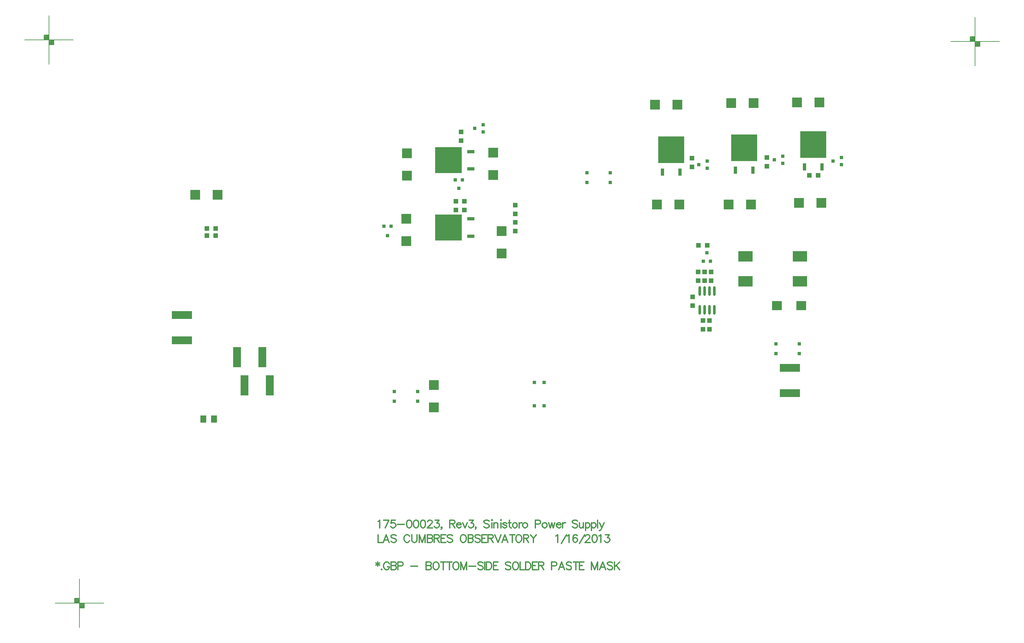
<source format=gbp>
%FSLAX23Y23*%
%MOIN*%
G70*
G01*
G75*
G04 Layer_Color=128*
%ADD10O,0.024X0.079*%
%ADD11R,0.209X0.079*%
%ADD12O,0.014X0.067*%
%ADD13R,0.059X0.039*%
%ADD14R,0.036X0.036*%
%ADD15R,0.050X0.050*%
%ADD16C,0.050*%
%ADD17C,0.007*%
%ADD18C,0.010*%
%ADD19C,0.025*%
%ADD20C,0.100*%
%ADD21C,0.020*%
%ADD22C,0.012*%
%ADD23C,0.008*%
%ADD24C,0.012*%
%ADD25C,0.012*%
%ADD26C,0.100*%
%ADD27R,0.100X0.100*%
%ADD28R,0.100X0.100*%
%ADD29C,0.020*%
%ADD30R,0.063X0.063*%
%ADD31C,0.063*%
%ADD32C,0.070*%
%ADD33C,0.079*%
%ADD34R,0.110X0.110*%
%ADD35C,0.110*%
%ADD36C,0.080*%
%ADD37C,0.065*%
%ADD38C,0.059*%
%ADD39R,0.059X0.059*%
%ADD40R,0.059X0.059*%
%ADD41C,0.120*%
%ADD42R,0.120X0.120*%
%ADD43R,0.079X0.079*%
%ADD44R,0.079X0.079*%
%ADD45C,0.157*%
%ADD46C,0.197*%
%ADD47C,0.024*%
%ADD48C,0.050*%
%ADD49C,0.040*%
%ADD50C,0.005*%
G04:AMPARAMS|DCode=51|XSize=120mil|YSize=120mil|CornerRadius=0mil|HoleSize=0mil|Usage=FLASHONLY|Rotation=0.000|XOffset=0mil|YOffset=0mil|HoleType=Round|Shape=Relief|Width=10mil|Gap=10mil|Entries=4|*
%AMTHD51*
7,0,0,0.120,0.100,0.010,45*
%
%ADD51THD51*%
%ADD52C,0.059*%
%ADD53C,0.060*%
%ADD54C,0.067*%
%ADD55C,0.091*%
%ADD56C,0.072*%
%ADD57C,0.170*%
G04:AMPARAMS|DCode=58|XSize=112mil|YSize=112mil|CornerRadius=0mil|HoleSize=0mil|Usage=FLASHONLY|Rotation=0.000|XOffset=0mil|YOffset=0mil|HoleType=Round|Shape=Relief|Width=10mil|Gap=10mil|Entries=4|*
%AMTHD58*
7,0,0,0.112,0.092,0.010,45*
%
%ADD58THD58*%
%ADD59C,0.059*%
%ADD60C,0.055*%
%ADD61C,0.090*%
G04:AMPARAMS|DCode=62|XSize=95.433mil|YSize=95.433mil|CornerRadius=0mil|HoleSize=0mil|Usage=FLASHONLY|Rotation=0.000|XOffset=0mil|YOffset=0mil|HoleType=Round|Shape=Relief|Width=10mil|Gap=10mil|Entries=4|*
%AMTHD62*
7,0,0,0.095,0.075,0.010,45*
%
%ADD62THD62*%
G04:AMPARAMS|DCode=63|XSize=107.244mil|YSize=107.244mil|CornerRadius=0mil|HoleSize=0mil|Usage=FLASHONLY|Rotation=0.000|XOffset=0mil|YOffset=0mil|HoleType=Round|Shape=Relief|Width=10mil|Gap=10mil|Entries=4|*
%AMTHD63*
7,0,0,0.107,0.087,0.010,45*
%
%ADD63THD63*%
%ADD64C,0.030*%
G04:AMPARAMS|DCode=65|XSize=100mil|YSize=100mil|CornerRadius=0mil|HoleSize=0mil|Usage=FLASHONLY|Rotation=0.000|XOffset=0mil|YOffset=0mil|HoleType=Round|Shape=Relief|Width=10mil|Gap=10mil|Entries=4|*
%AMTHD65*
7,0,0,0.100,0.080,0.010,45*
%
%ADD65THD65*%
%ADD66C,0.186*%
%ADD67C,0.125*%
%ADD68C,0.048*%
G04:AMPARAMS|DCode=69|XSize=88mil|YSize=88mil|CornerRadius=0mil|HoleSize=0mil|Usage=FLASHONLY|Rotation=0.000|XOffset=0mil|YOffset=0mil|HoleType=Round|Shape=Relief|Width=10mil|Gap=10mil|Entries=4|*
%AMTHD69*
7,0,0,0.088,0.068,0.010,45*
%
%ADD69THD69*%
G04:AMPARAMS|DCode=70|XSize=70mil|YSize=70mil|CornerRadius=0mil|HoleSize=0mil|Usage=FLASHONLY|Rotation=0.000|XOffset=0mil|YOffset=0mil|HoleType=Round|Shape=Relief|Width=10mil|Gap=10mil|Entries=4|*
%AMTHD70*
7,0,0,0.070,0.050,0.010,45*
%
%ADD70THD70*%
%ADD71C,0.008*%
G04:AMPARAMS|DCode=72|XSize=99.37mil|YSize=99.37mil|CornerRadius=0mil|HoleSize=0mil|Usage=FLASHONLY|Rotation=0.000|XOffset=0mil|YOffset=0mil|HoleType=Round|Shape=Relief|Width=10mil|Gap=10mil|Entries=4|*
%AMTHD72*
7,0,0,0.099,0.079,0.010,45*
%
%ADD72THD72*%
%ADD73R,0.075X0.037*%
%ADD74R,0.272X0.268*%
%ADD75R,0.035X0.037*%
%ADD76R,0.035X0.037*%
%ADD77R,0.102X0.094*%
%ADD78R,0.063X0.075*%
%ADD79R,0.050X0.050*%
%ADD80O,0.028X0.098*%
%ADD81R,0.036X0.032*%
%ADD82R,0.150X0.106*%
%ADD83R,0.036X0.036*%
%ADD84R,0.037X0.075*%
%ADD85R,0.268X0.272*%
%ADD86R,0.079X0.209*%
%ADD87R,0.032X0.036*%
%ADD88C,0.010*%
%ADD89C,0.020*%
%ADD90C,0.024*%
%ADD91C,0.010*%
%ADD92C,0.030*%
%ADD93C,0.015*%
%ADD94C,0.007*%
%ADD95C,0.006*%
%ADD96C,0.012*%
%ADD97C,0.006*%
%ADD98R,0.257X0.184*%
%ADD99R,0.043X0.008*%
%ADD100O,0.028X0.083*%
%ADD101R,0.213X0.083*%
%ADD102O,0.018X0.071*%
%ADD103R,0.063X0.043*%
%ADD104R,0.040X0.040*%
%ADD105R,0.054X0.054*%
%ADD106C,0.104*%
%ADD107R,0.104X0.104*%
%ADD108R,0.104X0.104*%
%ADD109R,0.067X0.067*%
%ADD110C,0.067*%
%ADD111C,0.074*%
%ADD112C,0.083*%
%ADD113R,0.114X0.114*%
%ADD114C,0.114*%
%ADD115C,0.084*%
%ADD116C,0.069*%
%ADD117C,0.063*%
%ADD118R,0.063X0.063*%
%ADD119R,0.063X0.063*%
%ADD120C,0.124*%
%ADD121R,0.124X0.124*%
%ADD122R,0.083X0.083*%
%ADD123R,0.083X0.083*%
%ADD124C,0.161*%
%ADD125C,0.190*%
%ADD126C,0.028*%
%ADD127C,0.054*%
%ADD128R,1.912X0.311*%
%ADD129R,0.332X0.120*%
%ADD130R,0.079X0.041*%
%ADD131R,0.276X0.272*%
%ADD132R,0.039X0.041*%
%ADD133R,0.039X0.041*%
%ADD134R,0.106X0.098*%
%ADD135R,0.067X0.079*%
%ADD136R,0.054X0.054*%
%ADD137O,0.032X0.102*%
%ADD138R,0.040X0.036*%
%ADD139R,0.154X0.110*%
%ADD140R,0.040X0.040*%
%ADD141R,0.041X0.079*%
%ADD142R,0.272X0.276*%
%ADD143R,0.083X0.213*%
%ADD144R,0.036X0.040*%
D11*
X24191Y16237D02*
D03*
Y16497D02*
D03*
X17943Y16778D02*
D03*
Y17038D02*
D03*
D14*
X23342Y18622D02*
D03*
X23256Y18585D02*
D03*
X23342Y18548D02*
D03*
X24118Y18598D02*
D03*
X24032Y18635D02*
D03*
X24118Y18672D02*
D03*
X24723Y18585D02*
D03*
X24637Y18622D02*
D03*
X24723Y18659D02*
D03*
X21038Y18997D02*
D03*
X20952Y18960D02*
D03*
X21038Y18923D02*
D03*
D15*
X23367Y16981D02*
D03*
Y16891D02*
D03*
X23300D02*
D03*
Y16981D02*
D03*
X23316Y17482D02*
D03*
Y17392D02*
D03*
X23191Y17135D02*
D03*
Y17225D02*
D03*
X23185Y18651D02*
D03*
Y18561D02*
D03*
X23956Y18658D02*
D03*
Y18568D02*
D03*
X20813Y18923D02*
D03*
Y18833D02*
D03*
X23383Y17391D02*
D03*
Y17481D02*
D03*
X23250Y17482D02*
D03*
Y17392D02*
D03*
X20759Y18209D02*
D03*
Y18119D02*
D03*
X21369Y17902D02*
D03*
Y17992D02*
D03*
X20847Y18118D02*
D03*
Y18208D02*
D03*
X21370Y18080D02*
D03*
Y18170D02*
D03*
D23*
X16640Y14077D02*
X17140D01*
X16890Y13827D02*
Y14327D01*
X16840Y14077D02*
Y14127D01*
X16890D01*
X16940Y14027D02*
Y14077D01*
X16890Y14027D02*
X16940D01*
X16895Y14072D02*
X16935D01*
Y14032D02*
Y14072D01*
X16895Y14032D02*
X16935D01*
X16895D02*
Y14072D01*
X16900Y14067D02*
X16930D01*
Y14037D02*
Y14067D01*
X16900Y14037D02*
X16930D01*
X16900D02*
Y14062D01*
X16905D02*
X16925D01*
Y14042D02*
Y14062D01*
X16905Y14042D02*
X16925D01*
X16905D02*
Y14057D01*
X16910D02*
X16920D01*
Y14047D02*
Y14057D01*
X16910Y14047D02*
X16920D01*
X16910D02*
Y14057D01*
Y14052D02*
X16920D01*
X16845Y14122D02*
X16885D01*
Y14082D02*
Y14122D01*
X16845Y14082D02*
X16885D01*
X16845D02*
Y14122D01*
X16850Y14117D02*
X16880D01*
Y14087D02*
Y14117D01*
X16850Y14087D02*
X16880D01*
X16850D02*
Y14112D01*
X16855D02*
X16875D01*
Y14092D02*
Y14112D01*
X16855Y14092D02*
X16875D01*
X16855D02*
Y14107D01*
X16860D02*
X16870D01*
Y14097D02*
Y14107D01*
X16860Y14097D02*
X16870D01*
X16860D02*
Y14107D01*
Y14102D02*
X16870D01*
X16327Y19868D02*
X16827D01*
X16577Y19618D02*
Y20118D01*
X16527Y19868D02*
Y19918D01*
X16577D01*
X16627Y19818D02*
Y19868D01*
X16577Y19818D02*
X16627D01*
X16582Y19863D02*
X16622D01*
Y19823D02*
Y19863D01*
X16582Y19823D02*
X16622D01*
X16582D02*
Y19863D01*
X16587Y19858D02*
X16617D01*
Y19828D02*
Y19858D01*
X16587Y19828D02*
X16617D01*
X16587D02*
Y19853D01*
X16592D02*
X16612D01*
Y19833D02*
Y19853D01*
X16592Y19833D02*
X16612D01*
X16592D02*
Y19848D01*
X16597D02*
X16607D01*
Y19838D02*
Y19848D01*
X16597Y19838D02*
X16607D01*
X16597D02*
Y19848D01*
Y19843D02*
X16607D01*
X16532Y19913D02*
X16572D01*
Y19873D02*
Y19913D01*
X16532Y19873D02*
X16572D01*
X16532D02*
Y19913D01*
X16537Y19908D02*
X16567D01*
Y19878D02*
Y19908D01*
X16537Y19878D02*
X16567D01*
X16537D02*
Y19903D01*
X16542D02*
X16562D01*
Y19883D02*
Y19903D01*
X16542Y19883D02*
X16562D01*
X16542D02*
Y19898D01*
X16547D02*
X16557D01*
Y19888D02*
Y19898D01*
X16547Y19888D02*
X16557D01*
X16547D02*
Y19898D01*
Y19893D02*
X16557D01*
X25846Y19852D02*
X26346D01*
X26096Y19602D02*
Y20102D01*
X26046Y19852D02*
Y19902D01*
X26096D01*
X26146Y19802D02*
Y19852D01*
X26096Y19802D02*
X26146D01*
X26101Y19847D02*
X26141D01*
Y19807D02*
Y19847D01*
X26101Y19807D02*
X26141D01*
X26101D02*
Y19847D01*
X26106Y19842D02*
X26136D01*
Y19812D02*
Y19842D01*
X26106Y19812D02*
X26136D01*
X26106D02*
Y19837D01*
X26111D02*
X26131D01*
Y19817D02*
Y19837D01*
X26111Y19817D02*
X26131D01*
X26111D02*
Y19832D01*
X26116D02*
X26126D01*
Y19822D02*
Y19832D01*
X26116Y19822D02*
X26126D01*
X26116D02*
Y19832D01*
Y19827D02*
X26126D01*
X26051Y19897D02*
X26091D01*
Y19857D02*
Y19897D01*
X26051Y19857D02*
X26091D01*
X26051D02*
Y19897D01*
X26056Y19892D02*
X26086D01*
Y19862D02*
Y19892D01*
X26056Y19862D02*
X26086D01*
X26056D02*
Y19887D01*
X26061D02*
X26081D01*
Y19867D02*
Y19887D01*
X26061Y19867D02*
X26081D01*
X26061D02*
Y19882D01*
X26066D02*
X26076D01*
Y19872D02*
Y19882D01*
X26066Y19872D02*
X26076D01*
X26066D02*
Y19882D01*
Y19877D02*
X26076D01*
D24*
X19956Y14499D02*
Y14454D01*
X19937Y14488D02*
X19975Y14465D01*
Y14488D02*
X19937Y14465D01*
X19995Y14427D02*
X19991Y14423D01*
X19995Y14419D01*
X19999Y14423D01*
X19995Y14427D01*
X20074Y14480D02*
X20070Y14488D01*
X20062Y14496D01*
X20055Y14499D01*
X20039D01*
X20032Y14496D01*
X20024Y14488D01*
X20020Y14480D01*
X20017Y14469D01*
Y14450D01*
X20020Y14439D01*
X20024Y14431D01*
X20032Y14423D01*
X20039Y14419D01*
X20055D01*
X20062Y14423D01*
X20070Y14431D01*
X20074Y14439D01*
Y14450D01*
X20055D02*
X20074D01*
X20092Y14499D02*
Y14419D01*
Y14499D02*
X20126D01*
X20138Y14496D01*
X20142Y14492D01*
X20145Y14484D01*
Y14477D01*
X20142Y14469D01*
X20138Y14465D01*
X20126Y14461D01*
X20092D02*
X20126D01*
X20138Y14458D01*
X20142Y14454D01*
X20145Y14446D01*
Y14435D01*
X20142Y14427D01*
X20138Y14423D01*
X20126Y14419D01*
X20092D01*
X20163Y14458D02*
X20198D01*
X20209Y14461D01*
X20213Y14465D01*
X20217Y14473D01*
Y14484D01*
X20213Y14492D01*
X20209Y14496D01*
X20198Y14499D01*
X20163D01*
Y14419D01*
X20297Y14454D02*
X20366D01*
X20452Y14499D02*
Y14419D01*
Y14499D02*
X20487D01*
X20498Y14496D01*
X20502Y14492D01*
X20506Y14484D01*
Y14477D01*
X20502Y14469D01*
X20498Y14465D01*
X20487Y14461D01*
X20452D02*
X20487D01*
X20498Y14458D01*
X20502Y14454D01*
X20506Y14446D01*
Y14435D01*
X20502Y14427D01*
X20498Y14423D01*
X20487Y14419D01*
X20452D01*
X20546Y14499D02*
X20539Y14496D01*
X20531Y14488D01*
X20527Y14480D01*
X20524Y14469D01*
Y14450D01*
X20527Y14439D01*
X20531Y14431D01*
X20539Y14423D01*
X20546Y14419D01*
X20562D01*
X20569Y14423D01*
X20577Y14431D01*
X20581Y14439D01*
X20584Y14450D01*
Y14469D01*
X20581Y14480D01*
X20577Y14488D01*
X20569Y14496D01*
X20562Y14499D01*
X20546D01*
X20630D02*
Y14419D01*
X20603Y14499D02*
X20656D01*
X20693D02*
Y14419D01*
X20666Y14499D02*
X20719D01*
X20752D02*
X20744Y14496D01*
X20736Y14488D01*
X20733Y14480D01*
X20729Y14469D01*
Y14450D01*
X20733Y14439D01*
X20736Y14431D01*
X20744Y14423D01*
X20752Y14419D01*
X20767D01*
X20775Y14423D01*
X20782Y14431D01*
X20786Y14439D01*
X20790Y14450D01*
Y14469D01*
X20786Y14480D01*
X20782Y14488D01*
X20775Y14496D01*
X20767Y14499D01*
X20752D01*
X20808D02*
Y14419D01*
Y14499D02*
X20839Y14419D01*
X20869Y14499D02*
X20839Y14419D01*
X20869Y14499D02*
Y14419D01*
X20892Y14454D02*
X20961D01*
X21038Y14488D02*
X21030Y14496D01*
X21019Y14499D01*
X21003D01*
X20992Y14496D01*
X20984Y14488D01*
Y14480D01*
X20988Y14473D01*
X20992Y14469D01*
X21000Y14465D01*
X21022Y14458D01*
X21030Y14454D01*
X21034Y14450D01*
X21038Y14442D01*
Y14431D01*
X21030Y14423D01*
X21019Y14419D01*
X21003D01*
X20992Y14423D01*
X20984Y14431D01*
X21056Y14499D02*
Y14419D01*
X21072Y14499D02*
Y14419D01*
Y14499D02*
X21099D01*
X21110Y14496D01*
X21118Y14488D01*
X21122Y14480D01*
X21126Y14469D01*
Y14450D01*
X21122Y14439D01*
X21118Y14431D01*
X21110Y14423D01*
X21099Y14419D01*
X21072D01*
X21193Y14499D02*
X21144D01*
Y14419D01*
X21193D01*
X21144Y14461D02*
X21174D01*
X21323Y14488D02*
X21315Y14496D01*
X21304Y14499D01*
X21288D01*
X21277Y14496D01*
X21269Y14488D01*
Y14480D01*
X21273Y14473D01*
X21277Y14469D01*
X21285Y14465D01*
X21307Y14458D01*
X21315Y14454D01*
X21319Y14450D01*
X21323Y14442D01*
Y14431D01*
X21315Y14423D01*
X21304Y14419D01*
X21288D01*
X21277Y14423D01*
X21269Y14431D01*
X21363Y14499D02*
X21356Y14496D01*
X21348Y14488D01*
X21344Y14480D01*
X21341Y14469D01*
Y14450D01*
X21344Y14439D01*
X21348Y14431D01*
X21356Y14423D01*
X21363Y14419D01*
X21379D01*
X21386Y14423D01*
X21394Y14431D01*
X21398Y14439D01*
X21401Y14450D01*
Y14469D01*
X21398Y14480D01*
X21394Y14488D01*
X21386Y14496D01*
X21379Y14499D01*
X21363D01*
X21420D02*
Y14419D01*
X21466D01*
X21475Y14499D02*
Y14419D01*
Y14499D02*
X21501D01*
X21513Y14496D01*
X21520Y14488D01*
X21524Y14480D01*
X21528Y14469D01*
Y14450D01*
X21524Y14439D01*
X21520Y14431D01*
X21513Y14423D01*
X21501Y14419D01*
X21475D01*
X21595Y14499D02*
X21546D01*
Y14419D01*
X21595D01*
X21546Y14461D02*
X21576D01*
X21609Y14499D02*
Y14419D01*
Y14499D02*
X21643D01*
X21654Y14496D01*
X21658Y14492D01*
X21662Y14484D01*
Y14477D01*
X21658Y14469D01*
X21654Y14465D01*
X21643Y14461D01*
X21609D01*
X21635D02*
X21662Y14419D01*
X21743Y14458D02*
X21777D01*
X21788Y14461D01*
X21792Y14465D01*
X21796Y14473D01*
Y14484D01*
X21792Y14492D01*
X21788Y14496D01*
X21777Y14499D01*
X21743D01*
Y14419D01*
X21875D02*
X21844Y14499D01*
X21814Y14419D01*
X21825Y14446D02*
X21863D01*
X21947Y14488D02*
X21939Y14496D01*
X21928Y14499D01*
X21913D01*
X21901Y14496D01*
X21894Y14488D01*
Y14480D01*
X21897Y14473D01*
X21901Y14469D01*
X21909Y14465D01*
X21932Y14458D01*
X21939Y14454D01*
X21943Y14450D01*
X21947Y14442D01*
Y14431D01*
X21939Y14423D01*
X21928Y14419D01*
X21913D01*
X21901Y14423D01*
X21894Y14431D01*
X21991Y14499D02*
Y14419D01*
X21965Y14499D02*
X22018D01*
X22077D02*
X22028D01*
Y14419D01*
X22077D01*
X22028Y14461D02*
X22058D01*
X22153Y14499D02*
Y14419D01*
Y14499D02*
X22184Y14419D01*
X22214Y14499D02*
X22184Y14419D01*
X22214Y14499D02*
Y14419D01*
X22298D02*
X22268Y14499D01*
X22237Y14419D01*
X22249Y14446D02*
X22287D01*
X22370Y14488D02*
X22362Y14496D01*
X22351Y14499D01*
X22336D01*
X22324Y14496D01*
X22317Y14488D01*
Y14480D01*
X22321Y14473D01*
X22324Y14469D01*
X22332Y14465D01*
X22355Y14458D01*
X22362Y14454D01*
X22366Y14450D01*
X22370Y14442D01*
Y14431D01*
X22362Y14423D01*
X22351Y14419D01*
X22336D01*
X22324Y14423D01*
X22317Y14431D01*
X22388Y14499D02*
Y14419D01*
X22441Y14499D02*
X22388Y14446D01*
X22407Y14465D02*
X22441Y14419D01*
X19958Y14915D02*
X19966Y14919D01*
X19977Y14930D01*
Y14850D01*
X20070Y14930D02*
X20032Y14850D01*
X20017Y14930D02*
X20070D01*
X20134D02*
X20096D01*
X20092Y14896D01*
X20096Y14900D01*
X20107Y14903D01*
X20118D01*
X20130Y14900D01*
X20137Y14892D01*
X20141Y14881D01*
Y14873D01*
X20137Y14861D01*
X20130Y14854D01*
X20118Y14850D01*
X20107D01*
X20096Y14854D01*
X20092Y14858D01*
X20088Y14865D01*
X20159Y14884D02*
X20228D01*
X20274Y14930D02*
X20263Y14926D01*
X20255Y14915D01*
X20251Y14896D01*
Y14884D01*
X20255Y14865D01*
X20263Y14854D01*
X20274Y14850D01*
X20282D01*
X20293Y14854D01*
X20301Y14865D01*
X20305Y14884D01*
Y14896D01*
X20301Y14915D01*
X20293Y14926D01*
X20282Y14930D01*
X20274D01*
X20345D02*
X20334Y14926D01*
X20326Y14915D01*
X20323Y14896D01*
Y14884D01*
X20326Y14865D01*
X20334Y14854D01*
X20345Y14850D01*
X20353D01*
X20364Y14854D01*
X20372Y14865D01*
X20376Y14884D01*
Y14896D01*
X20372Y14915D01*
X20364Y14926D01*
X20353Y14930D01*
X20345D01*
X20417D02*
X20405Y14926D01*
X20398Y14915D01*
X20394Y14896D01*
Y14884D01*
X20398Y14865D01*
X20405Y14854D01*
X20417Y14850D01*
X20424D01*
X20436Y14854D01*
X20443Y14865D01*
X20447Y14884D01*
Y14896D01*
X20443Y14915D01*
X20436Y14926D01*
X20424Y14930D01*
X20417D01*
X20469Y14911D02*
Y14915D01*
X20473Y14922D01*
X20476Y14926D01*
X20484Y14930D01*
X20499D01*
X20507Y14926D01*
X20511Y14922D01*
X20515Y14915D01*
Y14907D01*
X20511Y14900D01*
X20503Y14888D01*
X20465Y14850D01*
X20518D01*
X20544Y14930D02*
X20586D01*
X20563Y14900D01*
X20574D01*
X20582Y14896D01*
X20586Y14892D01*
X20590Y14881D01*
Y14873D01*
X20586Y14861D01*
X20578Y14854D01*
X20567Y14850D01*
X20555D01*
X20544Y14854D01*
X20540Y14858D01*
X20536Y14865D01*
X20615Y14854D02*
X20611Y14850D01*
X20607Y14854D01*
X20611Y14858D01*
X20615Y14854D01*
Y14846D01*
X20611Y14839D01*
X20607Y14835D01*
X20695Y14930D02*
Y14850D01*
Y14930D02*
X20730D01*
X20741Y14926D01*
X20745Y14922D01*
X20749Y14915D01*
Y14907D01*
X20745Y14900D01*
X20741Y14896D01*
X20730Y14892D01*
X20695D01*
X20722D02*
X20749Y14850D01*
X20767Y14881D02*
X20812D01*
Y14888D01*
X20809Y14896D01*
X20805Y14900D01*
X20797Y14903D01*
X20786D01*
X20778Y14900D01*
X20770Y14892D01*
X20767Y14881D01*
Y14873D01*
X20770Y14861D01*
X20778Y14854D01*
X20786Y14850D01*
X20797D01*
X20805Y14854D01*
X20812Y14861D01*
X20829Y14903D02*
X20852Y14850D01*
X20875Y14903D02*
X20852Y14850D01*
X20896Y14930D02*
X20938D01*
X20915Y14900D01*
X20926D01*
X20934Y14896D01*
X20938Y14892D01*
X20941Y14881D01*
Y14873D01*
X20938Y14861D01*
X20930Y14854D01*
X20919Y14850D01*
X20907D01*
X20896Y14854D01*
X20892Y14858D01*
X20888Y14865D01*
X20967Y14854D02*
X20963Y14850D01*
X20959Y14854D01*
X20963Y14858D01*
X20967Y14854D01*
Y14846D01*
X20963Y14839D01*
X20959Y14835D01*
X21101Y14919D02*
X21093Y14926D01*
X21082Y14930D01*
X21066D01*
X21055Y14926D01*
X21047Y14919D01*
Y14911D01*
X21051Y14903D01*
X21055Y14900D01*
X21063Y14896D01*
X21085Y14888D01*
X21093Y14884D01*
X21097Y14881D01*
X21101Y14873D01*
Y14861D01*
X21093Y14854D01*
X21082Y14850D01*
X21066D01*
X21055Y14854D01*
X21047Y14861D01*
X21126Y14930D02*
X21130Y14926D01*
X21134Y14930D01*
X21130Y14934D01*
X21126Y14930D01*
X21130Y14903D02*
Y14850D01*
X21148Y14903D02*
Y14850D01*
Y14888D02*
X21159Y14900D01*
X21167Y14903D01*
X21178D01*
X21186Y14900D01*
X21190Y14888D01*
Y14850D01*
X21218Y14930D02*
X21222Y14926D01*
X21226Y14930D01*
X21222Y14934D01*
X21218Y14930D01*
X21222Y14903D02*
Y14850D01*
X21282Y14892D02*
X21278Y14900D01*
X21267Y14903D01*
X21255D01*
X21244Y14900D01*
X21240Y14892D01*
X21244Y14884D01*
X21251Y14881D01*
X21271Y14877D01*
X21278Y14873D01*
X21282Y14865D01*
Y14861D01*
X21278Y14854D01*
X21267Y14850D01*
X21255D01*
X21244Y14854D01*
X21240Y14861D01*
X21310Y14930D02*
Y14865D01*
X21314Y14854D01*
X21322Y14850D01*
X21329D01*
X21299Y14903D02*
X21325D01*
X21360D02*
X21352Y14900D01*
X21344Y14892D01*
X21341Y14881D01*
Y14873D01*
X21344Y14861D01*
X21352Y14854D01*
X21360Y14850D01*
X21371D01*
X21379Y14854D01*
X21386Y14861D01*
X21390Y14873D01*
Y14881D01*
X21386Y14892D01*
X21379Y14900D01*
X21371Y14903D01*
X21360D01*
X21408D02*
Y14850D01*
Y14881D02*
X21411Y14892D01*
X21419Y14900D01*
X21427Y14903D01*
X21438D01*
X21464D02*
X21457Y14900D01*
X21449Y14892D01*
X21445Y14881D01*
Y14873D01*
X21449Y14861D01*
X21457Y14854D01*
X21464Y14850D01*
X21476D01*
X21483Y14854D01*
X21491Y14861D01*
X21495Y14873D01*
Y14881D01*
X21491Y14892D01*
X21483Y14900D01*
X21476Y14903D01*
X21464D01*
X21575Y14888D02*
X21610D01*
X21621Y14892D01*
X21625Y14896D01*
X21629Y14903D01*
Y14915D01*
X21625Y14922D01*
X21621Y14926D01*
X21610Y14930D01*
X21575D01*
Y14850D01*
X21665Y14903D02*
X21658Y14900D01*
X21650Y14892D01*
X21646Y14881D01*
Y14873D01*
X21650Y14861D01*
X21658Y14854D01*
X21665Y14850D01*
X21677D01*
X21685Y14854D01*
X21692Y14861D01*
X21696Y14873D01*
Y14881D01*
X21692Y14892D01*
X21685Y14900D01*
X21677Y14903D01*
X21665D01*
X21713D02*
X21729Y14850D01*
X21744Y14903D02*
X21729Y14850D01*
X21744Y14903D02*
X21759Y14850D01*
X21774Y14903D02*
X21759Y14850D01*
X21793Y14881D02*
X21839D01*
Y14888D01*
X21835Y14896D01*
X21831Y14900D01*
X21824Y14903D01*
X21812D01*
X21805Y14900D01*
X21797Y14892D01*
X21793Y14881D01*
Y14873D01*
X21797Y14861D01*
X21805Y14854D01*
X21812Y14850D01*
X21824D01*
X21831Y14854D01*
X21839Y14861D01*
X21856Y14903D02*
Y14850D01*
Y14881D02*
X21860Y14892D01*
X21867Y14900D01*
X21875Y14903D01*
X21886D01*
X22010Y14919D02*
X22002Y14926D01*
X21991Y14930D01*
X21976D01*
X21964Y14926D01*
X21956Y14919D01*
Y14911D01*
X21960Y14903D01*
X21964Y14900D01*
X21972Y14896D01*
X21995Y14888D01*
X22002Y14884D01*
X22006Y14881D01*
X22010Y14873D01*
Y14861D01*
X22002Y14854D01*
X21991Y14850D01*
X21976D01*
X21964Y14854D01*
X21956Y14861D01*
X22028Y14903D02*
Y14865D01*
X22032Y14854D01*
X22039Y14850D01*
X22051D01*
X22058Y14854D01*
X22070Y14865D01*
Y14903D02*
Y14850D01*
X22091Y14903D02*
Y14823D01*
Y14892D02*
X22098Y14900D01*
X22106Y14903D01*
X22117D01*
X22125Y14900D01*
X22132Y14892D01*
X22136Y14881D01*
Y14873D01*
X22132Y14861D01*
X22125Y14854D01*
X22117Y14850D01*
X22106D01*
X22098Y14854D01*
X22091Y14861D01*
X22153Y14903D02*
Y14823D01*
Y14892D02*
X22161Y14900D01*
X22169Y14903D01*
X22180D01*
X22188Y14900D01*
X22195Y14892D01*
X22199Y14881D01*
Y14873D01*
X22195Y14861D01*
X22188Y14854D01*
X22180Y14850D01*
X22169D01*
X22161Y14854D01*
X22153Y14861D01*
X22216Y14930D02*
Y14850D01*
X22237Y14903D02*
X22260Y14850D01*
X22283Y14903D02*
X22260Y14850D01*
X22252Y14835D01*
X22244Y14827D01*
X22237Y14823D01*
X22233D01*
D25*
X19958Y14780D02*
Y14700D01*
X20004D01*
X20073D02*
X20043Y14780D01*
X20013Y14700D01*
X20024Y14727D02*
X20062D01*
X20145Y14769D02*
X20138Y14776D01*
X20126Y14780D01*
X20111D01*
X20100Y14776D01*
X20092Y14769D01*
Y14761D01*
X20096Y14753D01*
X20100Y14750D01*
X20107Y14746D01*
X20130Y14738D01*
X20138Y14734D01*
X20142Y14731D01*
X20145Y14723D01*
Y14711D01*
X20138Y14704D01*
X20126Y14700D01*
X20111D01*
X20100Y14704D01*
X20092Y14711D01*
X20283Y14761D02*
X20280Y14769D01*
X20272Y14776D01*
X20264Y14780D01*
X20249D01*
X20241Y14776D01*
X20234Y14769D01*
X20230Y14761D01*
X20226Y14750D01*
Y14731D01*
X20230Y14719D01*
X20234Y14711D01*
X20241Y14704D01*
X20249Y14700D01*
X20264D01*
X20272Y14704D01*
X20280Y14711D01*
X20283Y14719D01*
X20306Y14780D02*
Y14723D01*
X20310Y14711D01*
X20317Y14704D01*
X20329Y14700D01*
X20336D01*
X20348Y14704D01*
X20355Y14711D01*
X20359Y14723D01*
Y14780D01*
X20381D02*
Y14700D01*
Y14780D02*
X20412Y14700D01*
X20442Y14780D02*
X20412Y14700D01*
X20442Y14780D02*
Y14700D01*
X20465Y14780D02*
Y14700D01*
Y14780D02*
X20499D01*
X20511Y14776D01*
X20515Y14772D01*
X20518Y14765D01*
Y14757D01*
X20515Y14750D01*
X20511Y14746D01*
X20499Y14742D01*
X20465D02*
X20499D01*
X20511Y14738D01*
X20515Y14734D01*
X20518Y14727D01*
Y14715D01*
X20515Y14708D01*
X20511Y14704D01*
X20499Y14700D01*
X20465D01*
X20536Y14780D02*
Y14700D01*
Y14780D02*
X20570D01*
X20582Y14776D01*
X20586Y14772D01*
X20590Y14765D01*
Y14757D01*
X20586Y14750D01*
X20582Y14746D01*
X20570Y14742D01*
X20536D01*
X20563D02*
X20590Y14700D01*
X20657Y14780D02*
X20607D01*
Y14700D01*
X20657D01*
X20607Y14742D02*
X20638D01*
X20724Y14769D02*
X20716Y14776D01*
X20705Y14780D01*
X20689D01*
X20678Y14776D01*
X20670Y14769D01*
Y14761D01*
X20674Y14753D01*
X20678Y14750D01*
X20686Y14746D01*
X20708Y14738D01*
X20716Y14734D01*
X20720Y14731D01*
X20724Y14723D01*
Y14711D01*
X20716Y14704D01*
X20705Y14700D01*
X20689D01*
X20678Y14704D01*
X20670Y14711D01*
X20827Y14780D02*
X20820Y14776D01*
X20812Y14769D01*
X20808Y14761D01*
X20804Y14750D01*
Y14731D01*
X20808Y14719D01*
X20812Y14711D01*
X20820Y14704D01*
X20827Y14700D01*
X20842D01*
X20850Y14704D01*
X20858Y14711D01*
X20861Y14719D01*
X20865Y14731D01*
Y14750D01*
X20861Y14761D01*
X20858Y14769D01*
X20850Y14776D01*
X20842Y14780D01*
X20827D01*
X20884D02*
Y14700D01*
Y14780D02*
X20918D01*
X20930Y14776D01*
X20933Y14772D01*
X20937Y14765D01*
Y14757D01*
X20933Y14750D01*
X20930Y14746D01*
X20918Y14742D01*
X20884D02*
X20918D01*
X20930Y14738D01*
X20933Y14734D01*
X20937Y14727D01*
Y14715D01*
X20933Y14708D01*
X20930Y14704D01*
X20918Y14700D01*
X20884D01*
X21008Y14769D02*
X21001Y14776D01*
X20989Y14780D01*
X20974D01*
X20963Y14776D01*
X20955Y14769D01*
Y14761D01*
X20959Y14753D01*
X20963Y14750D01*
X20970Y14746D01*
X20993Y14738D01*
X21001Y14734D01*
X21005Y14731D01*
X21008Y14723D01*
Y14711D01*
X21001Y14704D01*
X20989Y14700D01*
X20974D01*
X20963Y14704D01*
X20955Y14711D01*
X21076Y14780D02*
X21026D01*
Y14700D01*
X21076D01*
X21026Y14742D02*
X21057D01*
X21089Y14780D02*
Y14700D01*
Y14780D02*
X21124D01*
X21135Y14776D01*
X21139Y14772D01*
X21143Y14765D01*
Y14757D01*
X21139Y14750D01*
X21135Y14746D01*
X21124Y14742D01*
X21089D01*
X21116D02*
X21143Y14700D01*
X21160Y14780D02*
X21191Y14700D01*
X21221Y14780D02*
X21191Y14700D01*
X21293D02*
X21262Y14780D01*
X21232Y14700D01*
X21243Y14727D02*
X21281D01*
X21338Y14780D02*
Y14700D01*
X21311Y14780D02*
X21365D01*
X21397D02*
X21389Y14776D01*
X21382Y14769D01*
X21378Y14761D01*
X21374Y14750D01*
Y14731D01*
X21378Y14719D01*
X21382Y14711D01*
X21389Y14704D01*
X21397Y14700D01*
X21412D01*
X21420Y14704D01*
X21427Y14711D01*
X21431Y14719D01*
X21435Y14731D01*
Y14750D01*
X21431Y14761D01*
X21427Y14769D01*
X21420Y14776D01*
X21412Y14780D01*
X21397D01*
X21454D02*
Y14700D01*
Y14780D02*
X21488D01*
X21499Y14776D01*
X21503Y14772D01*
X21507Y14765D01*
Y14757D01*
X21503Y14750D01*
X21499Y14746D01*
X21488Y14742D01*
X21454D01*
X21480D02*
X21507Y14700D01*
X21525Y14780D02*
X21555Y14742D01*
Y14700D01*
X21586Y14780D02*
X21555Y14742D01*
X21785Y14765D02*
X21792Y14769D01*
X21804Y14780D01*
Y14700D01*
X21843Y14689D02*
X21897Y14780D01*
X21902Y14765D02*
X21910Y14769D01*
X21921Y14780D01*
Y14700D01*
X22006Y14769D02*
X22003Y14776D01*
X21991Y14780D01*
X21984D01*
X21972Y14776D01*
X21964Y14765D01*
X21961Y14746D01*
Y14727D01*
X21964Y14711D01*
X21972Y14704D01*
X21984Y14700D01*
X21987D01*
X21999Y14704D01*
X22006Y14711D01*
X22010Y14723D01*
Y14727D01*
X22006Y14738D01*
X21999Y14746D01*
X21987Y14750D01*
X21984D01*
X21972Y14746D01*
X21964Y14738D01*
X21961Y14727D01*
X22028Y14689D02*
X22081Y14780D01*
X22090Y14761D02*
Y14765D01*
X22094Y14772D01*
X22098Y14776D01*
X22105Y14780D01*
X22121D01*
X22128Y14776D01*
X22132Y14772D01*
X22136Y14765D01*
Y14757D01*
X22132Y14750D01*
X22124Y14738D01*
X22086Y14700D01*
X22140D01*
X22180Y14780D02*
X22169Y14776D01*
X22161Y14765D01*
X22158Y14746D01*
Y14734D01*
X22161Y14715D01*
X22169Y14704D01*
X22180Y14700D01*
X22188D01*
X22199Y14704D01*
X22207Y14715D01*
X22211Y14734D01*
Y14746D01*
X22207Y14765D01*
X22199Y14776D01*
X22188Y14780D01*
X22180D01*
X22229Y14765D02*
X22236Y14769D01*
X22248Y14780D01*
Y14700D01*
X22295Y14780D02*
X22337D01*
X22314Y14750D01*
X22326D01*
X22333Y14746D01*
X22337Y14742D01*
X22341Y14731D01*
Y14723D01*
X22337Y14711D01*
X22329Y14704D01*
X22318Y14700D01*
X22307D01*
X22295Y14704D01*
X22291Y14708D01*
X22287Y14715D01*
D27*
X18310Y18276D02*
D03*
X18080D02*
D03*
X24264Y19227D02*
D03*
X24494D02*
D03*
X23037Y19201D02*
D03*
X22807D02*
D03*
X22824Y18176D02*
D03*
X23054D02*
D03*
X23819Y19218D02*
D03*
X23589D02*
D03*
X23561Y18176D02*
D03*
X23791D02*
D03*
X24514Y18193D02*
D03*
X24284D02*
D03*
D28*
X20256Y18701D02*
D03*
Y18471D02*
D03*
X21142Y18708D02*
D03*
Y18478D02*
D03*
X20249Y18029D02*
D03*
Y17799D02*
D03*
X21229Y17901D02*
D03*
Y17671D02*
D03*
X20532Y16318D02*
D03*
Y16088D02*
D03*
D73*
X20912Y18028D02*
D03*
Y17849D02*
D03*
X20911Y18720D02*
D03*
Y18541D02*
D03*
D74*
X20682Y17938D02*
D03*
X20681Y18631D02*
D03*
D75*
X20055Y17855D02*
D03*
X20018Y17953D02*
D03*
D76*
X20093Y17953D02*
D03*
D77*
X24058Y17135D02*
D03*
X24310D02*
D03*
D78*
X18272Y15968D02*
D03*
X18162D02*
D03*
D79*
X18200Y17857D02*
D03*
X18290D02*
D03*
X24482Y18476D02*
D03*
X24392D02*
D03*
X23253Y17755D02*
D03*
X23343D02*
D03*
X18290Y17929D02*
D03*
X18200D02*
D03*
D80*
X23266Y17285D02*
D03*
X23316D02*
D03*
X23366D02*
D03*
X23416D02*
D03*
X23266Y17092D02*
D03*
X23316D02*
D03*
X23366D02*
D03*
X23416D02*
D03*
D81*
X24289Y16742D02*
D03*
X24289Y16642D02*
D03*
X24049D02*
D03*
Y16742D02*
D03*
X20126Y16151D02*
D03*
X20126Y16251D02*
D03*
X20366D02*
D03*
Y16151D02*
D03*
X22344Y18501D02*
D03*
X22344Y18401D02*
D03*
X22104D02*
D03*
Y18501D02*
D03*
D82*
X24297Y17385D02*
D03*
Y17641D02*
D03*
X23737D02*
D03*
Y17385D02*
D03*
D83*
X20827Y18428D02*
D03*
X20790Y18342D02*
D03*
X20753Y18428D02*
D03*
X23377Y17592D02*
D03*
X23340Y17678D02*
D03*
X23303Y17592D02*
D03*
D84*
X24523Y18562D02*
D03*
X24343D02*
D03*
X23063Y18508D02*
D03*
X22883D02*
D03*
X23811Y18528D02*
D03*
X23631D02*
D03*
D85*
X24433Y18792D02*
D03*
X22973Y18738D02*
D03*
X23721Y18758D02*
D03*
D86*
X18585Y16314D02*
D03*
X18845D02*
D03*
X18510Y16605D02*
D03*
X18770D02*
D03*
D87*
X21666Y16107D02*
D03*
X21566Y16107D02*
D03*
Y16347D02*
D03*
X21666D02*
D03*
M02*

</source>
